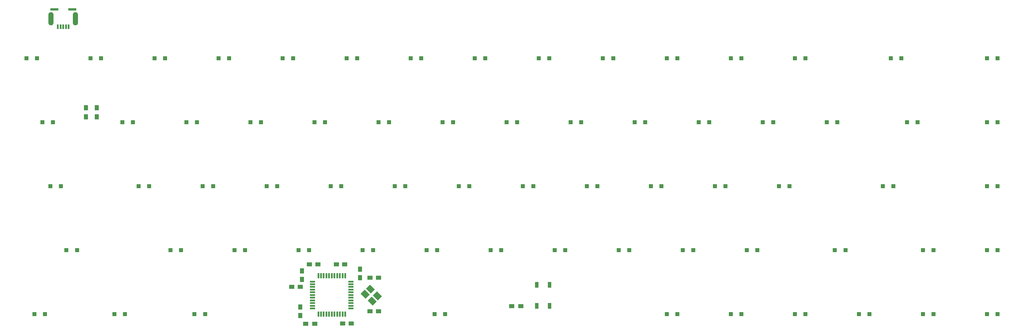
<source format=gbp>
G04 #@! TF.FileFunction,Paste,Bot*
%FSLAX46Y46*%
G04 Gerber Fmt 4.6, Leading zero omitted, Abs format (unit mm)*
G04 Created by KiCad (PCBNEW 4.0.7) date 02/17/18 00:52:53*
%MOMM*%
%LPD*%
G01*
G04 APERTURE LIST*
%ADD10C,0.100000*%
%ADD11R,0.550000X1.500000*%
%ADD12R,1.500000X0.550000*%
%ADD13R,1.250000X1.500000*%
%ADD14R,1.500000X1.250000*%
%ADD15R,1.200000X1.200000*%
%ADD16R,2.350000X0.800000*%
%ADD17R,0.500000X1.400000*%
%ADD18O,1.500000X4.000000*%
%ADD19R,1.500000X1.300000*%
%ADD20R,1.300000X1.500000*%
%ADD21R,1.000000X1.700000*%
G04 APERTURE END LIST*
D10*
D11*
X173382500Y-112455000D03*
X174182500Y-112455000D03*
X174982500Y-112455000D03*
X175782500Y-112455000D03*
X176582500Y-112455000D03*
X177382500Y-112455000D03*
X178182500Y-112455000D03*
X178982500Y-112455000D03*
X179782500Y-112455000D03*
X180582500Y-112455000D03*
X181382500Y-112455000D03*
D12*
X183082500Y-114155000D03*
X183082500Y-114955000D03*
X183082500Y-115755000D03*
X183082500Y-116555000D03*
X183082500Y-117355000D03*
X183082500Y-118155000D03*
X183082500Y-118955000D03*
X183082500Y-119755000D03*
X183082500Y-120555000D03*
X183082500Y-121355000D03*
X183082500Y-122155000D03*
D11*
X181382500Y-123855000D03*
X180582500Y-123855000D03*
X179782500Y-123855000D03*
X178982500Y-123855000D03*
X178182500Y-123855000D03*
X177382500Y-123855000D03*
X176582500Y-123855000D03*
X175782500Y-123855000D03*
X174982500Y-123855000D03*
X174182500Y-123855000D03*
X173382500Y-123855000D03*
D12*
X171682500Y-122155000D03*
X171682500Y-121355000D03*
X171682500Y-120555000D03*
X171682500Y-119755000D03*
X171682500Y-118955000D03*
X171682500Y-118155000D03*
X171682500Y-117355000D03*
X171682500Y-116555000D03*
X171682500Y-115755000D03*
X171682500Y-114955000D03*
X171682500Y-114155000D03*
D13*
X185750000Y-113000000D03*
X185750000Y-110500000D03*
X168000000Y-124250000D03*
X168000000Y-121750000D03*
D14*
X180625000Y-126625000D03*
X183125000Y-126625000D03*
D13*
X168500000Y-111000000D03*
X168500000Y-113500000D03*
D14*
X173250000Y-109000000D03*
X170750000Y-109000000D03*
X188750000Y-123000000D03*
X191250000Y-123000000D03*
X191250000Y-113000000D03*
X188750000Y-113000000D03*
X178750000Y-109000000D03*
X181250000Y-109000000D03*
X165500000Y-115750000D03*
X168000000Y-115750000D03*
D15*
X86531250Y-47625000D03*
X89681250Y-47625000D03*
X91293750Y-66675000D03*
X94443750Y-66675000D03*
X93675000Y-85725000D03*
X96825000Y-85725000D03*
X98437500Y-104775000D03*
X101587500Y-104775000D03*
X88912500Y-123825000D03*
X92062500Y-123825000D03*
X105581250Y-47625000D03*
X108731250Y-47625000D03*
X115106250Y-66675000D03*
X118256250Y-66675000D03*
X119868750Y-85725000D03*
X123018750Y-85725000D03*
X129393750Y-104775000D03*
X132543750Y-104775000D03*
X112725000Y-123825000D03*
X115875000Y-123825000D03*
X136537500Y-123825000D03*
X139687500Y-123825000D03*
X124631250Y-47625000D03*
X127781250Y-47625000D03*
X134156250Y-66675000D03*
X137306250Y-66675000D03*
X138918750Y-85725000D03*
X142068750Y-85725000D03*
X148443750Y-104775000D03*
X151593750Y-104775000D03*
X143681250Y-47625000D03*
X146831250Y-47625000D03*
X153206250Y-66675000D03*
X156356250Y-66675000D03*
X157968750Y-85725000D03*
X161118750Y-85725000D03*
X167493750Y-104775000D03*
X170643750Y-104775000D03*
X162731250Y-47625000D03*
X165881250Y-47625000D03*
X172256250Y-66675000D03*
X175406250Y-66675000D03*
X177018750Y-85725000D03*
X180168750Y-85725000D03*
X186543750Y-104775000D03*
X189693750Y-104775000D03*
X181781250Y-47625000D03*
X184931250Y-47625000D03*
X191306250Y-66675000D03*
X194456250Y-66675000D03*
X196068750Y-85725000D03*
X199218750Y-85725000D03*
X205593750Y-104775000D03*
X208743750Y-104775000D03*
X200831250Y-47625000D03*
X203981250Y-47625000D03*
X210356250Y-66675000D03*
X213506250Y-66675000D03*
X215118750Y-85725000D03*
X218268750Y-85725000D03*
X224643750Y-104775000D03*
X227793750Y-104775000D03*
X207975000Y-123825000D03*
X211125000Y-123825000D03*
X219881250Y-47625000D03*
X223031250Y-47625000D03*
X229406250Y-66675000D03*
X232556250Y-66675000D03*
X234168750Y-85725000D03*
X237318750Y-85725000D03*
X243693750Y-104775000D03*
X246843750Y-104775000D03*
X238931250Y-47625000D03*
X242081250Y-47625000D03*
X248456250Y-66675000D03*
X251606250Y-66675000D03*
X253218750Y-85725000D03*
X256368750Y-85725000D03*
X262743750Y-104775000D03*
X265893750Y-104775000D03*
X257981250Y-47625000D03*
X261131250Y-47625000D03*
X267506250Y-66675000D03*
X270656250Y-66675000D03*
X272268750Y-85725000D03*
X275418750Y-85725000D03*
X281793750Y-104775000D03*
X284943750Y-104775000D03*
X277031250Y-47625000D03*
X280181250Y-47625000D03*
X286556250Y-66675000D03*
X289706250Y-66675000D03*
X291318750Y-85725000D03*
X294468750Y-85725000D03*
X300843750Y-104775000D03*
X303993750Y-104775000D03*
X277031250Y-123825000D03*
X280181250Y-123825000D03*
X296081250Y-47625000D03*
X299231250Y-47625000D03*
X305606250Y-66675000D03*
X308756250Y-66675000D03*
X310368750Y-85725000D03*
X313518750Y-85725000D03*
X296081250Y-123825000D03*
X299231250Y-123825000D03*
X315131250Y-47625000D03*
X318281250Y-47625000D03*
X324656250Y-66675000D03*
X327806250Y-66675000D03*
X341325000Y-85725000D03*
X344475000Y-85725000D03*
X353231250Y-104775000D03*
X356381250Y-104775000D03*
X315131250Y-123825000D03*
X318281250Y-123825000D03*
X343706250Y-47625000D03*
X346856250Y-47625000D03*
X348468750Y-66675000D03*
X351618750Y-66675000D03*
X372281250Y-85725000D03*
X375431250Y-85725000D03*
X372281250Y-104775000D03*
X375431250Y-104775000D03*
X353231250Y-123825000D03*
X356381250Y-123825000D03*
X372281250Y-47625000D03*
X375431250Y-47625000D03*
X372281250Y-66675000D03*
X375431250Y-66675000D03*
X372281250Y-123825000D03*
X375431250Y-123825000D03*
D16*
X100175000Y-33050000D03*
X94825000Y-33050000D03*
D17*
X95900000Y-38250000D03*
X96700000Y-38250000D03*
X97500000Y-38250000D03*
X98300000Y-38250000D03*
X99100000Y-38250000D03*
D18*
X93850000Y-35850000D03*
X101150000Y-35850000D03*
D19*
X233600000Y-121500000D03*
X230900000Y-121500000D03*
D20*
X104250000Y-65100000D03*
X104250000Y-62400000D03*
X107500000Y-65100000D03*
X107500000Y-62400000D03*
D19*
X169650000Y-126750000D03*
X172350000Y-126750000D03*
D21*
X242150000Y-121400000D03*
X242150000Y-115100000D03*
X238350000Y-121400000D03*
X238350000Y-115100000D03*
D10*
G36*
X187521332Y-116228134D02*
X188741091Y-115008375D01*
X190226016Y-116493300D01*
X189006257Y-117713059D01*
X187521332Y-116228134D01*
X187521332Y-116228134D01*
G37*
G36*
X189571941Y-118278743D02*
X190791700Y-117058984D01*
X192276625Y-118543909D01*
X191056866Y-119763668D01*
X189571941Y-118278743D01*
X189571941Y-118278743D01*
G37*
G36*
X188033984Y-119816700D02*
X189253743Y-118596941D01*
X190738668Y-120081866D01*
X189518909Y-121301625D01*
X188033984Y-119816700D01*
X188033984Y-119816700D01*
G37*
G36*
X185983375Y-117766091D02*
X187203134Y-116546332D01*
X188688059Y-118031257D01*
X187468300Y-119251016D01*
X185983375Y-117766091D01*
X185983375Y-117766091D01*
G37*
D15*
X334181250Y-123825000D03*
X337331250Y-123825000D03*
X327037500Y-104775000D03*
X330187500Y-104775000D03*
M02*

</source>
